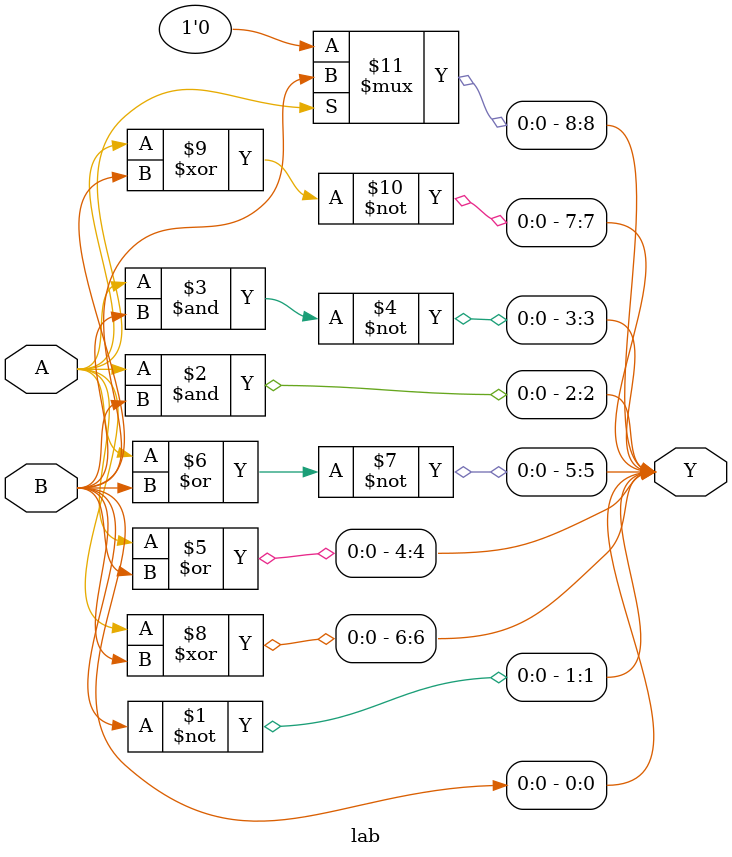
<source format=v>
`timescale 1ns / 1ps

module lab(
    input A,
    input B,
    output [8:0] Y
);

assign Y[0] = B;
assign Y[1] = ~B;
assign Y[2] = A & B;
assign Y[3] = ~(A & B);
assign Y[4] = A | B;
assign Y[5] = ~(A | B);
assign Y[6] = A ^ B;
assign Y[7] = ~(A ^ B);
assign Y[8] = A ? B : 1'b0;

endmodule

</source>
